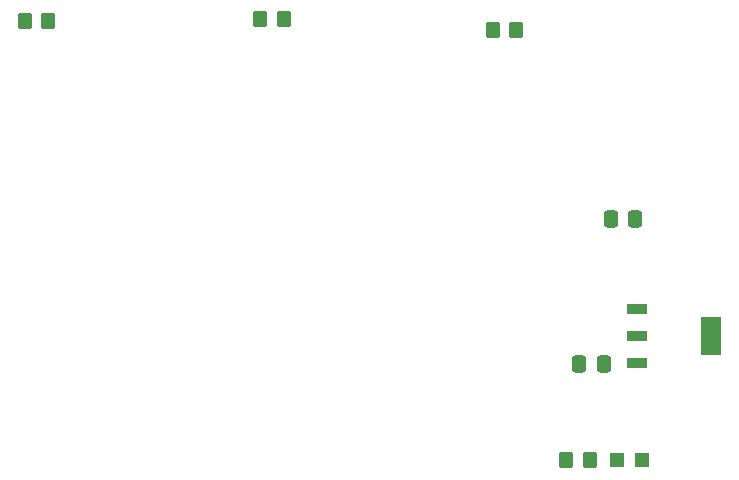
<source format=gbr>
%TF.GenerationSoftware,KiCad,Pcbnew,9.0.0-rc2-32673a0ead~182~ubuntu24.04.1*%
%TF.CreationDate,2025-01-29T18:27:37-05:00*%
%TF.ProjectId,cmod_s7,636d6f64-5f73-4372-9e6b-696361645f70,rev?*%
%TF.SameCoordinates,Original*%
%TF.FileFunction,Paste,Top*%
%TF.FilePolarity,Positive*%
%FSLAX46Y46*%
G04 Gerber Fmt 4.6, Leading zero omitted, Abs format (unit mm)*
G04 Created by KiCad (PCBNEW 9.0.0-rc2-32673a0ead~182~ubuntu24.04.1) date 2025-01-29 18:27:37*
%MOMM*%
%LPD*%
G01*
G04 APERTURE LIST*
G04 Aperture macros list*
%AMRoundRect*
0 Rectangle with rounded corners*
0 $1 Rounding radius*
0 $2 $3 $4 $5 $6 $7 $8 $9 X,Y pos of 4 corners*
0 Add a 4 corners polygon primitive as box body*
4,1,4,$2,$3,$4,$5,$6,$7,$8,$9,$2,$3,0*
0 Add four circle primitives for the rounded corners*
1,1,$1+$1,$2,$3*
1,1,$1+$1,$4,$5*
1,1,$1+$1,$6,$7*
1,1,$1+$1,$8,$9*
0 Add four rect primitives between the rounded corners*
20,1,$1+$1,$2,$3,$4,$5,0*
20,1,$1+$1,$4,$5,$6,$7,0*
20,1,$1+$1,$6,$7,$8,$9,0*
20,1,$1+$1,$8,$9,$2,$3,0*%
G04 Aperture macros list end*
%ADD10RoundRect,0.250000X-0.350000X-0.450000X0.350000X-0.450000X0.350000X0.450000X-0.350000X0.450000X0*%
%ADD11RoundRect,0.250000X0.350000X0.450000X-0.350000X0.450000X-0.350000X-0.450000X0.350000X-0.450000X0*%
%ADD12RoundRect,0.250000X0.337500X0.475000X-0.337500X0.475000X-0.337500X-0.475000X0.337500X-0.475000X0*%
%ADD13R,1.750000X0.950000*%
%ADD14R,1.750000X3.250000*%
%ADD15R,1.200000X1.200000*%
G04 APERTURE END LIST*
D10*
%TO.C,R1*%
X154083000Y-83947000D03*
X156083000Y-83947000D03*
%TD*%
D11*
%TO.C,R4*%
X110220000Y-46736000D03*
X108220000Y-46736000D03*
%TD*%
D12*
%TO.C,C7*%
X157247500Y-75819000D03*
X155172500Y-75819000D03*
%TD*%
D13*
%TO.C,U1*%
X160045000Y-71106000D03*
X160045000Y-73406000D03*
X160045000Y-75706000D03*
D14*
X166345000Y-73406000D03*
%TD*%
D15*
%TO.C,D1*%
X160451000Y-83947000D03*
X158351000Y-83947000D03*
%TD*%
D11*
%TO.C,R2*%
X130175000Y-46609000D03*
X128175000Y-46609000D03*
%TD*%
D12*
%TO.C,C8*%
X159914500Y-63500000D03*
X157839500Y-63500000D03*
%TD*%
D11*
%TO.C,R3*%
X149844000Y-47498000D03*
X147844000Y-47498000D03*
%TD*%
M02*

</source>
